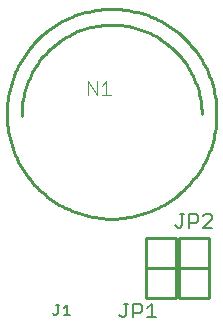
<source format=gto>
G75*
%MOIN*%
%OFA0B0*%
%FSLAX24Y24*%
%IPPOS*%
%LPD*%
%AMOC8*
5,1,8,0,0,1.08239X$1,22.5*
%
%ADD10C,0.0070*%
%ADD11C,0.0100*%
%ADD12C,0.0050*%
%ADD13C,0.0040*%
D10*
X001820Y000896D02*
X001875Y000841D01*
X001930Y000841D01*
X001985Y000896D01*
X001985Y001172D01*
X001930Y001172D02*
X002040Y001172D01*
X002188Y001061D02*
X002298Y001172D01*
X002298Y000841D01*
X002188Y000841D02*
X002408Y000841D01*
D11*
X004919Y001387D02*
X004919Y002387D01*
X005919Y002387D01*
X006017Y002407D02*
X007017Y002407D01*
X007017Y001407D01*
X006017Y001407D01*
X006017Y003407D01*
X007017Y003407D01*
X007017Y002407D01*
X005919Y003387D02*
X005919Y001387D01*
X004919Y001387D01*
X004919Y002387D02*
X004919Y003387D01*
X005919Y003387D01*
X006785Y007533D02*
X006782Y007642D01*
X006775Y007750D01*
X006764Y007857D01*
X006749Y007965D01*
X006730Y008071D01*
X006708Y008177D01*
X006682Y008282D01*
X006652Y008387D01*
X006618Y008489D01*
X006580Y008591D01*
X006539Y008691D01*
X006494Y008790D01*
X006446Y008887D01*
X006394Y008982D01*
X006339Y009075D01*
X006281Y009167D01*
X006219Y009256D01*
X006154Y009342D01*
X006086Y009427D01*
X006015Y009508D01*
X005941Y009588D01*
X005865Y009664D01*
X005785Y009738D01*
X005703Y009809D01*
X005619Y009876D01*
X005532Y009941D01*
X005443Y010002D01*
X005351Y010061D01*
X005258Y010116D01*
X005163Y010167D01*
X005065Y010215D01*
X004967Y010259D01*
X004866Y010300D01*
X004765Y010338D01*
X004662Y010371D01*
X004557Y010401D01*
X004452Y010427D01*
X004346Y010449D01*
X004239Y010467D01*
X004132Y010482D01*
X004024Y010492D01*
X003916Y010499D01*
X003808Y010502D01*
X003700Y010501D01*
X003591Y010496D01*
X003483Y010487D01*
X003376Y010474D01*
X003269Y010457D01*
X003162Y010437D01*
X003057Y010412D01*
X002952Y010384D01*
X002849Y010352D01*
X002747Y010317D01*
X002646Y010277D01*
X002546Y010234D01*
X002448Y010188D01*
X002352Y010138D01*
X002258Y010084D01*
X002166Y010027D01*
X002076Y009967D01*
X001988Y009904D01*
X001902Y009838D01*
X001819Y009768D01*
X001739Y009696D01*
X001661Y009620D01*
X001586Y009542D01*
X001513Y009462D01*
X001444Y009378D01*
X001378Y009293D01*
X001315Y009204D01*
X001255Y009114D01*
X001198Y009022D01*
X001145Y008927D01*
X001096Y008831D01*
X001049Y008733D01*
X001007Y008634D01*
X000968Y008533D01*
X000932Y008430D01*
X000901Y008327D01*
X000873Y008222D01*
X000849Y008116D01*
X000828Y008010D01*
X000812Y007903D01*
X000799Y007795D01*
X000791Y007687D01*
X000786Y007579D01*
X000785Y007471D01*
X000291Y007533D02*
X000293Y007651D01*
X000299Y007769D01*
X000309Y007886D01*
X000323Y008004D01*
X000341Y008120D01*
X000363Y008236D01*
X000388Y008352D01*
X000418Y008466D01*
X000451Y008579D01*
X000488Y008691D01*
X000529Y008802D01*
X000574Y008911D01*
X000623Y009019D01*
X000675Y009124D01*
X000730Y009229D01*
X000789Y009331D01*
X000851Y009431D01*
X000917Y009529D01*
X000986Y009625D01*
X001059Y009718D01*
X001134Y009809D01*
X001212Y009897D01*
X001294Y009983D01*
X001378Y010065D01*
X001465Y010145D01*
X001554Y010222D01*
X001646Y010296D01*
X001741Y010367D01*
X001838Y010434D01*
X001937Y010498D01*
X002038Y010559D01*
X002141Y010616D01*
X002246Y010670D01*
X002353Y010720D01*
X002462Y010767D01*
X002572Y010810D01*
X002683Y010849D01*
X002795Y010884D01*
X002909Y010915D01*
X003024Y010943D01*
X003140Y010967D01*
X003256Y010987D01*
X003373Y011003D01*
X003490Y011015D01*
X003608Y011023D01*
X003726Y011027D01*
X003844Y011027D01*
X003962Y011023D01*
X004080Y011015D01*
X004197Y011003D01*
X004314Y010987D01*
X004430Y010967D01*
X004546Y010943D01*
X004661Y010915D01*
X004775Y010884D01*
X004887Y010849D01*
X004998Y010810D01*
X005108Y010767D01*
X005217Y010720D01*
X005324Y010670D01*
X005429Y010616D01*
X005532Y010559D01*
X005633Y010498D01*
X005732Y010434D01*
X005829Y010367D01*
X005924Y010296D01*
X006016Y010222D01*
X006105Y010145D01*
X006192Y010065D01*
X006276Y009983D01*
X006358Y009897D01*
X006436Y009809D01*
X006511Y009718D01*
X006584Y009625D01*
X006653Y009529D01*
X006719Y009431D01*
X006781Y009331D01*
X006840Y009229D01*
X006895Y009124D01*
X006947Y009019D01*
X006996Y008911D01*
X007041Y008802D01*
X007082Y008691D01*
X007119Y008579D01*
X007152Y008466D01*
X007182Y008352D01*
X007207Y008236D01*
X007229Y008120D01*
X007247Y008004D01*
X007261Y007886D01*
X007271Y007769D01*
X007277Y007651D01*
X007279Y007533D01*
X007277Y007415D01*
X007271Y007297D01*
X007261Y007180D01*
X007247Y007062D01*
X007229Y006946D01*
X007207Y006830D01*
X007182Y006714D01*
X007152Y006600D01*
X007119Y006487D01*
X007082Y006375D01*
X007041Y006264D01*
X006996Y006155D01*
X006947Y006047D01*
X006895Y005942D01*
X006840Y005837D01*
X006781Y005735D01*
X006719Y005635D01*
X006653Y005537D01*
X006584Y005441D01*
X006511Y005348D01*
X006436Y005257D01*
X006358Y005169D01*
X006276Y005083D01*
X006192Y005001D01*
X006105Y004921D01*
X006016Y004844D01*
X005924Y004770D01*
X005829Y004699D01*
X005732Y004632D01*
X005633Y004568D01*
X005532Y004507D01*
X005429Y004450D01*
X005324Y004396D01*
X005217Y004346D01*
X005108Y004299D01*
X004998Y004256D01*
X004887Y004217D01*
X004775Y004182D01*
X004661Y004151D01*
X004546Y004123D01*
X004430Y004099D01*
X004314Y004079D01*
X004197Y004063D01*
X004080Y004051D01*
X003962Y004043D01*
X003844Y004039D01*
X003726Y004039D01*
X003608Y004043D01*
X003490Y004051D01*
X003373Y004063D01*
X003256Y004079D01*
X003140Y004099D01*
X003024Y004123D01*
X002909Y004151D01*
X002795Y004182D01*
X002683Y004217D01*
X002572Y004256D01*
X002462Y004299D01*
X002353Y004346D01*
X002246Y004396D01*
X002141Y004450D01*
X002038Y004507D01*
X001937Y004568D01*
X001838Y004632D01*
X001741Y004699D01*
X001646Y004770D01*
X001554Y004844D01*
X001465Y004921D01*
X001378Y005001D01*
X001294Y005083D01*
X001212Y005169D01*
X001134Y005257D01*
X001059Y005348D01*
X000986Y005441D01*
X000917Y005537D01*
X000851Y005635D01*
X000789Y005735D01*
X000730Y005837D01*
X000675Y005942D01*
X000623Y006047D01*
X000574Y006155D01*
X000529Y006264D01*
X000488Y006375D01*
X000451Y006487D01*
X000418Y006600D01*
X000388Y006714D01*
X000363Y006830D01*
X000341Y006946D01*
X000323Y007062D01*
X000309Y007180D01*
X000299Y007297D01*
X000293Y007415D01*
X000291Y007533D01*
D12*
X004196Y001194D02*
X004346Y001194D01*
X004271Y001194D02*
X004271Y000819D01*
X004196Y000744D01*
X004121Y000744D01*
X004045Y000819D01*
X004506Y000894D02*
X004731Y000894D01*
X004806Y000969D01*
X004806Y001119D01*
X004731Y001194D01*
X004506Y001194D01*
X004506Y000744D01*
X004966Y000744D02*
X005267Y000744D01*
X005116Y000744D02*
X005116Y001194D01*
X004966Y001044D01*
X005981Y003743D02*
X006056Y003743D01*
X006131Y003818D01*
X006131Y004193D01*
X006056Y004193D02*
X006206Y004193D01*
X006366Y004193D02*
X006592Y004193D01*
X006667Y004118D01*
X006667Y003968D01*
X006592Y003893D01*
X006366Y003893D01*
X006366Y003743D02*
X006366Y004193D01*
X005981Y003743D02*
X005906Y003818D01*
X006827Y003743D02*
X007127Y004043D01*
X007127Y004118D01*
X007052Y004193D01*
X006902Y004193D01*
X006827Y004118D01*
X006827Y003743D02*
X007127Y003743D01*
D13*
X003754Y008160D02*
X003447Y008160D01*
X003294Y008160D02*
X003294Y008620D01*
X003447Y008467D02*
X003600Y008620D01*
X003600Y008160D01*
X003294Y008160D02*
X002987Y008620D01*
X002987Y008160D01*
M02*

</source>
